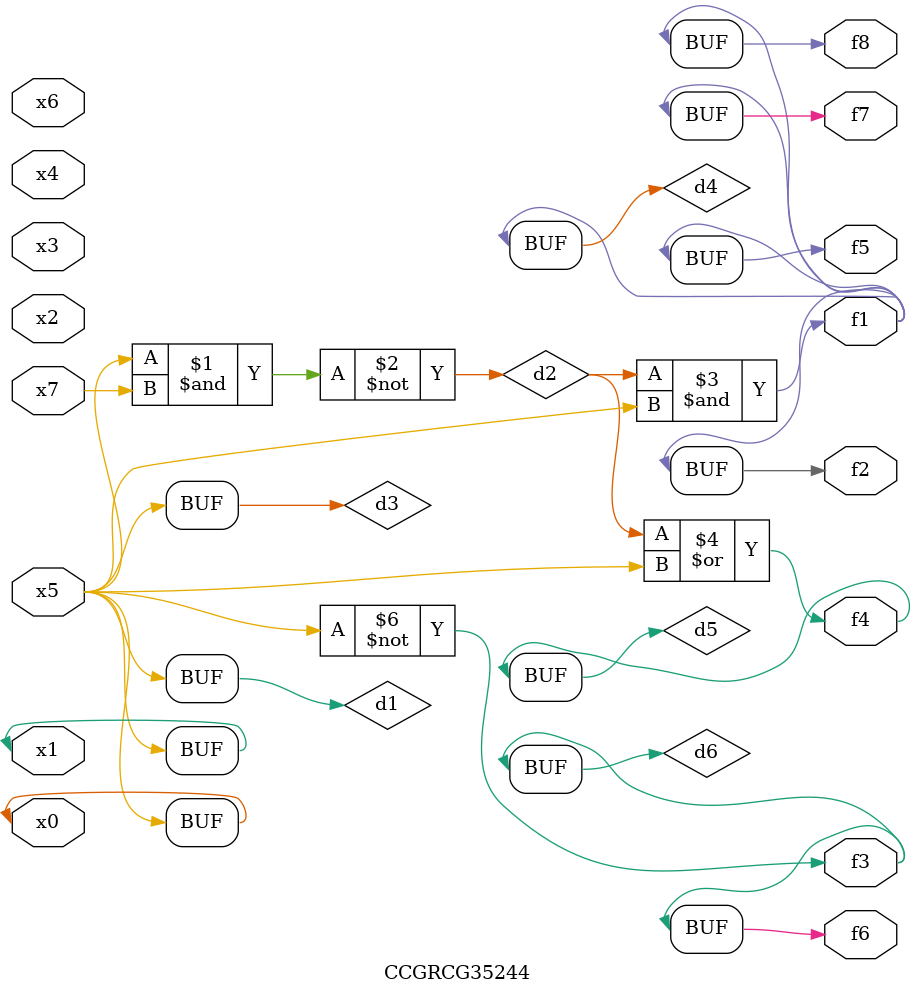
<source format=v>
module CCGRCG35244(
	input x0, x1, x2, x3, x4, x5, x6, x7,
	output f1, f2, f3, f4, f5, f6, f7, f8
);

	wire d1, d2, d3, d4, d5, d6;

	buf (d1, x0, x5);
	nand (d2, x5, x7);
	buf (d3, x0, x1);
	and (d4, d2, d3);
	or (d5, d2, d3);
	nor (d6, d1, d3);
	assign f1 = d4;
	assign f2 = d4;
	assign f3 = d6;
	assign f4 = d5;
	assign f5 = d4;
	assign f6 = d6;
	assign f7 = d4;
	assign f8 = d4;
endmodule

</source>
